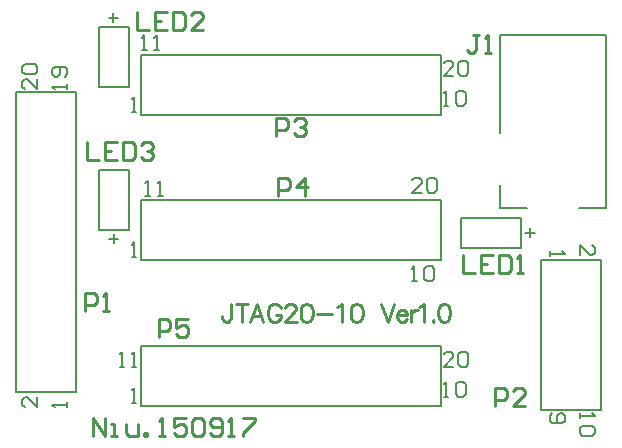
<source format=gto>
%FSLAX25Y25*%
%MOIN*%
G70*
G01*
G75*
%ADD10R,0.05906X0.05906*%
%ADD11C,0.05906*%
%ADD12R,0.05906X0.05906*%
%ADD13O,0.17716X0.07874*%
%ADD14O,0.15748X0.07874*%
%ADD15O,0.07874X0.15748*%
%ADD16C,0.05906*%
%ADD17C,0.03150*%
%ADD18C,0.01969*%
%ADD19O,0.05906X0.09055*%
%ADD20R,0.05906X0.12598*%
%ADD21R,0.07874X0.03937*%
%ADD22R,0.03543X0.03150*%
%ADD23R,0.06102X0.06102*%
%ADD24O,0.01575X0.06299*%
%ADD25R,0.01575X0.06299*%
%ADD26R,0.11811X0.05906*%
%ADD27R,0.04724X0.05512*%
%ADD28R,0.05512X0.04724*%
%ADD29C,0.01181*%
%ADD30C,0.03937*%
%ADD31C,0.02362*%
%ADD32C,0.03150*%
%ADD33C,0.01575*%
%ADD34C,0.01000*%
%ADD35C,0.00787*%
%ADD36C,0.00800*%
%ADD37C,0.00591*%
D34*
X471199Y328198D02*
X469199D01*
X470199D01*
Y323200D01*
X469199Y322200D01*
X468200D01*
X467200Y323200D01*
X473198Y322200D02*
X475197D01*
X474198D01*
Y328198D01*
X473198Y327198D01*
X340000Y236100D02*
Y242098D01*
X342999D01*
X343999Y241098D01*
Y239099D01*
X342999Y238099D01*
X340000D01*
X345998Y236100D02*
X347997D01*
X346998D01*
Y242098D01*
X345998Y241098D01*
X476800Y204500D02*
Y210498D01*
X479799D01*
X480799Y209498D01*
Y207499D01*
X479799Y206499D01*
X476800D01*
X486797Y204500D02*
X482798D01*
X486797Y208499D01*
Y209498D01*
X485797Y210498D01*
X483798D01*
X482798Y209498D01*
X403700Y294300D02*
Y300298D01*
X406699D01*
X407699Y299298D01*
Y297299D01*
X406699Y296299D01*
X403700D01*
X409698Y299298D02*
X410698Y300298D01*
X412697D01*
X413697Y299298D01*
Y298299D01*
X412697Y297299D01*
X411697D01*
X412697D01*
X413697Y296299D01*
Y295300D01*
X412697Y294300D01*
X410698D01*
X409698Y295300D01*
X404400Y274600D02*
Y280598D01*
X407399D01*
X408399Y279598D01*
Y277599D01*
X407399Y276599D01*
X404400D01*
X413397Y274600D02*
Y280598D01*
X410398Y277599D01*
X414397D01*
X364500Y227500D02*
Y233498D01*
X367499D01*
X368499Y232498D01*
Y230499D01*
X367499Y229499D01*
X364500D01*
X374497Y233498D02*
X370498D01*
Y230499D01*
X372497Y231499D01*
X373497D01*
X374497Y230499D01*
Y228500D01*
X373497Y227500D01*
X371498D01*
X370498Y228500D01*
X466000Y254698D02*
Y248700D01*
X469999D01*
X475997Y254698D02*
X471998D01*
Y248700D01*
X475997D01*
X471998Y251699D02*
X473997D01*
X477996Y254698D02*
Y248700D01*
X480995D01*
X481995Y249700D01*
Y253698D01*
X480995Y254698D01*
X477996D01*
X483994Y248700D02*
X485993D01*
X484994D01*
Y254698D01*
X483994Y253698D01*
X357400Y335898D02*
Y329900D01*
X361399D01*
X367397Y335898D02*
X363398D01*
Y329900D01*
X367397D01*
X363398Y332899D02*
X365397D01*
X369396Y335898D02*
Y329900D01*
X372395D01*
X373395Y330900D01*
Y334898D01*
X372395Y335898D01*
X369396D01*
X379393Y329900D02*
X375394D01*
X379393Y333899D01*
Y334898D01*
X378393Y335898D01*
X376394D01*
X375394Y334898D01*
X340700Y292398D02*
Y286400D01*
X344699D01*
X350697Y292398D02*
X346698D01*
Y286400D01*
X350697D01*
X346698Y289399D02*
X348697D01*
X352696Y292398D02*
Y286400D01*
X355695D01*
X356695Y287400D01*
Y291398D01*
X355695Y292398D01*
X352696D01*
X358694Y291398D02*
X359694Y292398D01*
X361693D01*
X362693Y291398D01*
Y290399D01*
X361693Y289399D01*
X360694D01*
X361693D01*
X362693Y288399D01*
Y287400D01*
X361693Y286400D01*
X359694D01*
X358694Y287400D01*
X388656Y238499D02*
Y233928D01*
X388371Y233071D01*
X388085Y232786D01*
X387514Y232500D01*
X386943D01*
X386371Y232786D01*
X386086Y233071D01*
X385800Y233928D01*
Y234500D01*
X392199Y238499D02*
Y232500D01*
X390199Y238499D02*
X394198D01*
X399483Y232500D02*
X397198Y238499D01*
X394912Y232500D01*
X395769Y234500D02*
X398626D01*
X405167Y237070D02*
X404882Y237642D01*
X404310Y238213D01*
X403739Y238499D01*
X402596D01*
X402025Y238213D01*
X401454Y237642D01*
X401168Y237070D01*
X400882Y236213D01*
Y234785D01*
X401168Y233928D01*
X401454Y233357D01*
X402025Y232786D01*
X402596Y232500D01*
X403739D01*
X404310Y232786D01*
X404882Y233357D01*
X405167Y233928D01*
Y234785D01*
X403739D02*
X405167D01*
X406824Y237070D02*
Y237356D01*
X407110Y237927D01*
X407395Y238213D01*
X407967Y238499D01*
X409109D01*
X409681Y238213D01*
X409966Y237927D01*
X410252Y237356D01*
Y236785D01*
X409966Y236213D01*
X409395Y235356D01*
X406538Y232500D01*
X410538D01*
X413594Y238499D02*
X412737Y238213D01*
X412166Y237356D01*
X411880Y235928D01*
Y235071D01*
X412166Y233643D01*
X412737Y232786D01*
X413594Y232500D01*
X414165D01*
X415022Y232786D01*
X415594Y233643D01*
X415879Y235071D01*
Y235928D01*
X415594Y237356D01*
X415022Y238213D01*
X414165Y238499D01*
X413594D01*
X417222Y235071D02*
X422364D01*
X424135Y237356D02*
X424706Y237642D01*
X425563Y238499D01*
Y232500D01*
X430248Y238499D02*
X429391Y238213D01*
X428819Y237356D01*
X428534Y235928D01*
Y235071D01*
X428819Y233643D01*
X429391Y232786D01*
X430248Y232500D01*
X430819D01*
X431676Y232786D01*
X432247Y233643D01*
X432533Y235071D01*
Y235928D01*
X432247Y237356D01*
X431676Y238213D01*
X430819Y238499D01*
X430248D01*
X438589D02*
X440874Y232500D01*
X443159Y238499D02*
X440874Y232500D01*
X443930Y234785D02*
X447358D01*
Y235356D01*
X447073Y235928D01*
X446787Y236213D01*
X446216Y236499D01*
X445359D01*
X444787Y236213D01*
X444216Y235642D01*
X443930Y234785D01*
Y234214D01*
X444216Y233357D01*
X444787Y232786D01*
X445359Y232500D01*
X446216D01*
X446787Y232786D01*
X447358Y233357D01*
X448644Y236499D02*
Y232500D01*
Y234785D02*
X448929Y235642D01*
X449501Y236213D01*
X450072Y236499D01*
X450929D01*
X451472Y237356D02*
X452043Y237642D01*
X452900Y238499D01*
Y232500D01*
X456156Y233071D02*
X455871Y232786D01*
X456156Y232500D01*
X456442Y232786D01*
X456156Y233071D01*
X459470Y238499D02*
X458613Y238213D01*
X458042Y237356D01*
X457756Y235928D01*
Y235071D01*
X458042Y233643D01*
X458613Y232786D01*
X459470Y232500D01*
X460041D01*
X460898Y232786D01*
X461470Y233643D01*
X461755Y235071D01*
Y235928D01*
X461470Y237356D01*
X460898Y238213D01*
X460041Y238499D01*
X459470D01*
X342600Y194500D02*
Y200498D01*
X346599Y194500D01*
Y200498D01*
X348598Y194500D02*
X350597D01*
X349598D01*
Y198499D01*
X348598D01*
X353596D02*
Y195500D01*
X354596Y194500D01*
X357595D01*
Y198499D01*
X359594Y194500D02*
Y195500D01*
X360594D01*
Y194500D01*
X359594D01*
X364593D02*
X366592D01*
X365593D01*
Y200498D01*
X364593Y199498D01*
X373590Y200498D02*
X369591D01*
Y197499D01*
X371591Y198499D01*
X372590D01*
X373590Y197499D01*
Y195500D01*
X372590Y194500D01*
X370591D01*
X369591Y195500D01*
X375589Y199498D02*
X376589Y200498D01*
X378588D01*
X379588Y199498D01*
Y195500D01*
X378588Y194500D01*
X376589D01*
X375589Y195500D01*
Y199498D01*
X381587Y195500D02*
X382587Y194500D01*
X384586D01*
X385586Y195500D01*
Y199498D01*
X384586Y200498D01*
X382587D01*
X381587Y199498D01*
Y198499D01*
X382587Y197499D01*
X385586D01*
X387585Y194500D02*
X389585D01*
X388585D01*
Y200498D01*
X387585Y199498D01*
X392584Y200498D02*
X396583D01*
Y199498D01*
X392584Y195500D01*
Y194500D01*
D35*
X458500Y253000D02*
Y273000D01*
X358500Y253000D02*
X458500D01*
X358500D02*
Y273000D01*
X458500D01*
Y204500D02*
Y224500D01*
X358500Y204500D02*
X458500D01*
X358500D02*
Y224500D01*
X458500D01*
X337000Y216500D02*
Y309000D01*
X317000Y216500D02*
Y309000D01*
Y209000D02*
Y216500D01*
Y209000D02*
X337000D01*
Y216500D01*
X317000Y309000D02*
X337000D01*
X458500Y301500D02*
Y321500D01*
X358500Y301500D02*
X458500D01*
X358500D02*
Y321500D01*
X458500D01*
X478284Y295323D02*
Y328000D01*
Y270520D02*
Y278000D01*
Y270520D02*
X487339D01*
X478284Y328000D02*
X513717D01*
Y270520D02*
Y328000D01*
X504661Y270520D02*
X513717Y270520D01*
X492000Y203000D02*
X512000D01*
X492000Y253000D02*
X512000D01*
Y203000D02*
Y253000D01*
X492000Y203000D02*
Y253000D01*
X465400Y257200D02*
Y267200D01*
X485400D01*
Y257200D02*
Y267200D01*
X465400Y257200D02*
X485400D01*
X344500Y310900D02*
X354500D01*
X344500D02*
Y330900D01*
X354500D01*
Y310900D02*
Y330900D01*
X344500Y283100D02*
X354500D01*
Y263100D02*
Y283100D01*
X344500Y263100D02*
X354500D01*
X344500D02*
Y283100D01*
D36*
X355500Y254000D02*
X357166D01*
X356333D01*
Y258998D01*
X355500Y258165D01*
X360100Y274600D02*
X361766D01*
X360933D01*
Y279598D01*
X360100Y278765D01*
X364265Y274600D02*
X365931D01*
X365098D01*
Y279598D01*
X364265Y278765D01*
X449000Y246000D02*
X450666D01*
X449833D01*
Y250998D01*
X449000Y250165D01*
X453165D02*
X453998Y250998D01*
X455664D01*
X456498Y250165D01*
Y246833D01*
X455664Y246000D01*
X453998D01*
X453165Y246833D01*
Y250165D01*
X452332Y275500D02*
X449000D01*
X452332Y278832D01*
Y279665D01*
X451499Y280498D01*
X449833D01*
X449000Y279665D01*
X453998D02*
X454831Y280498D01*
X456498D01*
X457331Y279665D01*
Y276333D01*
X456498Y275500D01*
X454831D01*
X453998Y276333D01*
Y279665D01*
X355500Y205500D02*
X357166D01*
X356333D01*
Y210498D01*
X355500Y209665D01*
X351500Y217500D02*
X353166D01*
X352333D01*
Y222498D01*
X351500Y221665D01*
X355500Y217500D02*
X357166D01*
X356333D01*
Y222498D01*
X355500Y221665D01*
X459500Y207500D02*
X461166D01*
X460333D01*
Y212498D01*
X459500Y211665D01*
X463665D02*
X464498Y212498D01*
X466164D01*
X466998Y211665D01*
Y208333D01*
X466164Y207500D01*
X464498D01*
X463665Y208333D01*
Y211665D01*
X462832Y217500D02*
X459500D01*
X462832Y220832D01*
Y221665D01*
X461999Y222498D01*
X460333D01*
X459500Y221665D01*
X464498D02*
X465331Y222498D01*
X466998D01*
X467831Y221665D01*
Y218333D01*
X466998Y217500D01*
X465331D01*
X464498Y218333D01*
Y221665D01*
X324000Y207332D02*
Y204000D01*
X320668Y207332D01*
X319835D01*
X319002Y206499D01*
Y204833D01*
X319835Y204000D01*
X334000D02*
Y205666D01*
Y204833D01*
X329002D01*
X329835Y204000D01*
X334000Y310000D02*
Y311666D01*
Y310833D01*
X329002D01*
X329835Y310000D01*
X333167Y314165D02*
X334000Y314998D01*
Y316665D01*
X333167Y317498D01*
X329835D01*
X329002Y316665D01*
Y314998D01*
X329835Y314165D01*
X330668D01*
X331501Y314998D01*
Y317498D01*
X324000Y313332D02*
Y310000D01*
X320668Y313332D01*
X319835D01*
X319002Y312499D01*
Y310833D01*
X319835Y310000D01*
Y314998D02*
X319002Y315831D01*
Y317498D01*
X319835Y318331D01*
X323167D01*
X324000Y317498D01*
Y315831D01*
X323167Y314998D01*
X319835D01*
X355500Y302500D02*
X357166D01*
X356333D01*
Y307498D01*
X355500Y306665D01*
X359000Y323000D02*
X360666D01*
X359833D01*
Y327998D01*
X359000Y327165D01*
X363165Y323000D02*
X364831D01*
X363998D01*
Y327998D01*
X363165Y327165D01*
X459500Y304500D02*
X461166D01*
X460333D01*
Y309498D01*
X459500Y308665D01*
X463665D02*
X464498Y309498D01*
X466164D01*
X466998Y308665D01*
Y305333D01*
X466164Y304500D01*
X464498D01*
X463665Y305333D01*
Y308665D01*
X462832Y314500D02*
X459500D01*
X462832Y317832D01*
Y318665D01*
X461999Y319498D01*
X460333D01*
X459500Y318665D01*
X464498D02*
X465331Y319498D01*
X466998D01*
X467831Y318665D01*
Y315333D01*
X466998Y314500D01*
X465331D01*
X464498Y315333D01*
Y318665D01*
X505000Y254668D02*
Y258000D01*
X508332Y254668D01*
X509165D01*
X509998Y255501D01*
Y257167D01*
X509165Y258000D01*
X495000Y256000D02*
Y254334D01*
Y255167D01*
X499998D01*
X499165Y256000D01*
X495833Y202000D02*
X495000Y201167D01*
Y199501D01*
X495833Y198668D01*
X499165D01*
X499998Y199501D01*
Y201167D01*
X499165Y202000D01*
X498332D01*
X497499Y201167D01*
Y198668D01*
X505000Y202000D02*
Y200334D01*
Y201167D01*
X509998D01*
X509165Y202000D01*
Y197835D02*
X509998Y197002D01*
Y195335D01*
X509165Y194502D01*
X505833D01*
X505000Y195335D01*
Y197002D01*
X505833Y197835D01*
X509165D01*
D37*
X489849Y262209D02*
X486831D01*
X488340Y260700D02*
Y263717D01*
X349491Y335349D02*
Y332331D01*
X351000Y333840D02*
X347983D01*
X349509Y258651D02*
Y261669D01*
X348000Y260160D02*
X351017D01*
M02*

</source>
